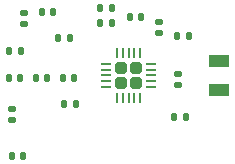
<source format=gbr>
%TF.GenerationSoftware,KiCad,Pcbnew,7.0.7*%
%TF.CreationDate,2024-12-08T13:35:24-04:00*%
%TF.ProjectId,Tarea Final,54617265-6120-4466-996e-616c2e6b6963,rev?*%
%TF.SameCoordinates,Original*%
%TF.FileFunction,Paste,Top*%
%TF.FilePolarity,Positive*%
%FSLAX46Y46*%
G04 Gerber Fmt 4.6, Leading zero omitted, Abs format (unit mm)*
G04 Created by KiCad (PCBNEW 7.0.7) date 2024-12-08 13:35:24*
%MOMM*%
%LPD*%
G01*
G04 APERTURE LIST*
G04 Aperture macros list*
%AMRoundRect*
0 Rectangle with rounded corners*
0 $1 Rounding radius*
0 $2 $3 $4 $5 $6 $7 $8 $9 X,Y pos of 4 corners*
0 Add a 4 corners polygon primitive as box body*
4,1,4,$2,$3,$4,$5,$6,$7,$8,$9,$2,$3,0*
0 Add four circle primitives for the rounded corners*
1,1,$1+$1,$2,$3*
1,1,$1+$1,$4,$5*
1,1,$1+$1,$6,$7*
1,1,$1+$1,$8,$9*
0 Add four rect primitives between the rounded corners*
20,1,$1+$1,$2,$3,$4,$5,0*
20,1,$1+$1,$4,$5,$6,$7,0*
20,1,$1+$1,$6,$7,$8,$9,0*
20,1,$1+$1,$8,$9,$2,$3,0*%
G04 Aperture macros list end*
%ADD10R,1.800000X1.000000*%
%ADD11RoundRect,0.062500X0.350000X-0.062500X0.350000X0.062500X-0.350000X0.062500X-0.350000X-0.062500X0*%
%ADD12RoundRect,0.062500X0.062500X-0.350000X0.062500X0.350000X-0.062500X0.350000X-0.062500X-0.350000X0*%
%ADD13RoundRect,0.250000X0.255000X-0.255000X0.255000X0.255000X-0.255000X0.255000X-0.255000X-0.255000X0*%
%ADD14RoundRect,0.135000X0.135000X0.185000X-0.135000X0.185000X-0.135000X-0.185000X0.135000X-0.185000X0*%
%ADD15RoundRect,0.135000X-0.135000X-0.185000X0.135000X-0.185000X0.135000X0.185000X-0.135000X0.185000X0*%
%ADD16RoundRect,0.147500X0.172500X-0.147500X0.172500X0.147500X-0.172500X0.147500X-0.172500X-0.147500X0*%
%ADD17RoundRect,0.147500X0.147500X0.172500X-0.147500X0.172500X-0.147500X-0.172500X0.147500X-0.172500X0*%
%ADD18RoundRect,0.147500X-0.172500X0.147500X-0.172500X-0.147500X0.172500X-0.147500X0.172500X0.147500X0*%
%ADD19RoundRect,0.140000X-0.140000X-0.170000X0.140000X-0.170000X0.140000X0.170000X-0.140000X0.170000X0*%
%ADD20RoundRect,0.140000X0.140000X0.170000X-0.140000X0.170000X-0.140000X-0.170000X0.140000X-0.170000X0*%
%ADD21RoundRect,0.140000X-0.170000X0.140000X-0.170000X-0.140000X0.170000X-0.140000X0.170000X0.140000X0*%
G04 APERTURE END LIST*
D10*
%TO.C,Y1*%
X164338000Y-84348000D03*
X164338000Y-86848000D03*
%TD*%
D11*
%TO.C,U1*%
X154780500Y-86598000D03*
X154780500Y-86098000D03*
X154780500Y-85598000D03*
X154780500Y-85098000D03*
X154780500Y-84598000D03*
D12*
X155718000Y-83660500D03*
X156218000Y-83660500D03*
X156718000Y-83660500D03*
X157218000Y-83660500D03*
X157718000Y-83660500D03*
D11*
X158655500Y-84598000D03*
X158655500Y-85098000D03*
X158655500Y-85598000D03*
X158655500Y-86098000D03*
X158655500Y-86598000D03*
D12*
X157718000Y-87535500D03*
X157218000Y-87535500D03*
X156718000Y-87535500D03*
X156218000Y-87535500D03*
X155718000Y-87535500D03*
D13*
X157343000Y-86223000D03*
X156093000Y-86223000D03*
X156093000Y-84973000D03*
X157343000Y-84973000D03*
%TD*%
D14*
%TO.C,R2*%
X160780000Y-82296000D03*
X161800000Y-82296000D03*
%TD*%
D15*
%TO.C,R1*%
X161546000Y-89154000D03*
X160526000Y-89154000D03*
%TD*%
D16*
%TO.C,L4*%
X147828000Y-81280000D03*
X147828000Y-80310000D03*
%TD*%
D17*
%TO.C,L3*%
X151153000Y-85852000D03*
X152123000Y-85852000D03*
%TD*%
%TO.C,L2*%
X156835000Y-80635000D03*
X157805000Y-80635000D03*
%TD*%
D18*
%TO.C,L1*%
X159258000Y-82019000D03*
X159258000Y-81049000D03*
%TD*%
D19*
%TO.C,C11*%
X150340000Y-80264000D03*
X149380000Y-80264000D03*
%TD*%
%TO.C,C10*%
X147574000Y-83566000D03*
X146614000Y-83566000D03*
%TD*%
%TO.C,C9*%
X147546000Y-85852000D03*
X146586000Y-85852000D03*
%TD*%
D20*
%TO.C,C8*%
X154323000Y-81143000D03*
X155283000Y-81143000D03*
%TD*%
%TO.C,C7*%
X148872000Y-85852000D03*
X149832000Y-85852000D03*
%TD*%
%TO.C,C6*%
X154323000Y-79873000D03*
X155283000Y-79873000D03*
%TD*%
D21*
%TO.C,C5*%
X146812000Y-89380000D03*
X146812000Y-88420000D03*
%TD*%
%TO.C,C4*%
X160899000Y-86449000D03*
X160899000Y-85489000D03*
%TD*%
D19*
%TO.C,C3*%
X147772000Y-92456000D03*
X146812000Y-92456000D03*
%TD*%
%TO.C,C2*%
X152235000Y-88001000D03*
X151275000Y-88001000D03*
%TD*%
%TO.C,C1*%
X151727000Y-82413000D03*
X150767000Y-82413000D03*
%TD*%
M02*

</source>
